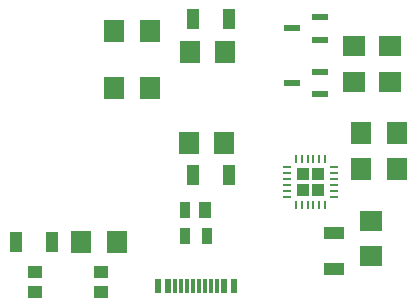
<source format=gtp>
G04*
G04 #@! TF.GenerationSoftware,Altium Limited,Altium Designer,23.4.1 (23)*
G04*
G04 Layer_Color=8421504*
%FSLAX44Y44*%
%MOMM*%
G71*
G04*
G04 #@! TF.SameCoordinates,89D196A3-88CA-4BC0-B6F8-5B7F0D742441*
G04*
G04*
G04 #@! TF.FilePolarity,Positive*
G04*
G01*
G75*
%ADD18R,1.1000X1.1000*%
%ADD19R,1.1000X1.1000*%
%ADD20R,1.1000X1.1000*%
%ADD21R,1.1000X1.1000*%
%ADD22R,1.8000X1.8400*%
%ADD23R,0.6000X1.1500*%
%ADD24R,0.3000X1.1500*%
%ADD25R,1.2000X1.0000*%
G04:AMPARAMS|DCode=26|XSize=1.1mm|YSize=1.73mm|CornerRadius=0.11mm|HoleSize=0mm|Usage=FLASHONLY|Rotation=180.000|XOffset=0mm|YOffset=0mm|HoleType=Round|Shape=RoundedRectangle|*
%AMROUNDEDRECTD26*
21,1,1.1000,1.5100,0,0,180.0*
21,1,0.8800,1.7300,0,0,180.0*
1,1,0.2200,-0.4400,0.7550*
1,1,0.2200,0.4400,0.7550*
1,1,0.2200,0.4400,-0.7550*
1,1,0.2200,-0.4400,-0.7550*
%
%ADD26ROUNDEDRECTD26*%
%ADD27R,1.8000X1.0000*%
%ADD28R,0.7000X0.2500*%
%ADD29R,0.2500X0.7000*%
%ADD30R,1.3500X0.6000*%
%ADD31R,1.8400X1.8000*%
%ADD32R,1.1000X1.4000*%
%ADD33R,0.9000X1.4000*%
%ADD34R,1.0000X1.8000*%
D18*
X321500Y181500D02*
D03*
D19*
Y168500D02*
D03*
D20*
X308500Y181500D02*
D03*
D21*
Y168500D02*
D03*
D22*
X149000Y303000D02*
D03*
X179000D02*
D03*
X149000Y254535D02*
D03*
X179000D02*
D03*
X241694Y207767D02*
D03*
X211694D02*
D03*
X243000Y285000D02*
D03*
X213000D02*
D03*
X358000Y216674D02*
D03*
X388000D02*
D03*
X358000Y186000D02*
D03*
X388000D02*
D03*
X120721Y124002D02*
D03*
X150721D02*
D03*
D23*
X250000Y87275D02*
D03*
X242000D02*
D03*
X186000D02*
D03*
X194000D02*
D03*
D24*
X235500D02*
D03*
X230500D02*
D03*
X200500D02*
D03*
X205500D02*
D03*
X210500D02*
D03*
X225500D02*
D03*
X220500D02*
D03*
X215500D02*
D03*
D25*
X82000Y82000D02*
D03*
Y99000D02*
D03*
X138000Y82000D02*
D03*
Y99000D02*
D03*
D26*
X246100Y181000D02*
D03*
X215900D02*
D03*
X246100Y313000D02*
D03*
X215900D02*
D03*
D27*
X335000Y132000D02*
D03*
Y101000D02*
D03*
D28*
X295250Y162500D02*
D03*
Y167500D02*
D03*
Y172500D02*
D03*
Y177500D02*
D03*
Y182500D02*
D03*
Y187500D02*
D03*
X334750D02*
D03*
Y182500D02*
D03*
Y177500D02*
D03*
Y172500D02*
D03*
Y167500D02*
D03*
Y162500D02*
D03*
D29*
X302500Y194750D02*
D03*
X307500D02*
D03*
X312500D02*
D03*
X317500D02*
D03*
X322500D02*
D03*
X327500D02*
D03*
Y155250D02*
D03*
X322500D02*
D03*
X317500D02*
D03*
X312500D02*
D03*
X307500D02*
D03*
X302500D02*
D03*
D30*
X299000Y305000D02*
D03*
X323000Y314500D02*
D03*
Y295500D02*
D03*
X299000Y259000D02*
D03*
X323000Y268500D02*
D03*
Y249500D02*
D03*
D31*
X366000Y142000D02*
D03*
Y112000D02*
D03*
X382000Y260000D02*
D03*
Y290000D02*
D03*
X352000D02*
D03*
Y260000D02*
D03*
D32*
X225500Y151000D02*
D03*
D33*
X208500D02*
D03*
Y129000D02*
D03*
X227500D02*
D03*
D34*
X96500Y124000D02*
D03*
X65500D02*
D03*
M02*

</source>
